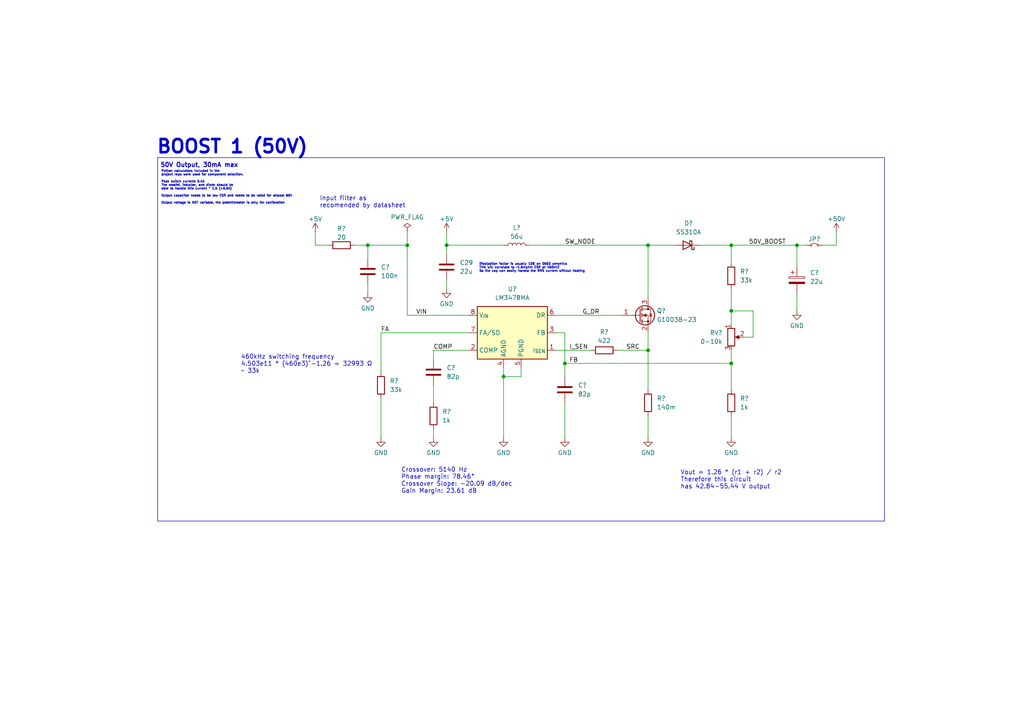
<source format=kicad_sch>
(kicad_sch (version 20250114) (generator "eeschema") (generator_version "9.0")
  (paper "A4")
  (title_block (title "50V Boost Converter") (date "2026-02-04"))
  (lib_symbols
    (symbol "Device:C" (pin_numbers (hide yes)) (pin_names (offset 0.254))
      (property "Reference" "C" (at 0.635 2.54 0))
      (property "Value" "C" (at 0.635 -2.54 0))
      (symbol "C_0_1"
        (polyline (pts (xy -2.032 0.762) (xy 2.032 0.762)) (stroke (width 0.508)))
        (polyline (pts (xy -2.032 -0.762) (xy 2.032 -0.762)) (stroke (width 0.508)))
      )
      (symbol "C_1_1"
        (pin passive line (at 0 3.81 270) (length 2.794) (name "~") (number "1"))
        (pin passive line (at 0 -3.81 90) (length 2.794) (name "~") (number "2"))
      )
    )
    (symbol "Device:C_Polarized" (pin_numbers (hide yes)) (pin_names (offset 0.254))
      (property "Reference" "C" (at 0.635 2.54 0))
      (property "Value" "C_Polarized" (at 0.635 -2.54 0))
      (symbol "C_Polarized_0_1"
        (rectangle (start -2.286 0.508) (end 2.286 1.016))
        (polyline (pts (xy -1.778 2.286) (xy -0.762 2.286)))
        (polyline (pts (xy -1.27 2.794) (xy -1.27 1.778)))
        (rectangle (start 2.286 -0.508) (end -2.286 -1.016) (fill (type outline)))
      )
      (symbol "C_Polarized_1_1"
        (pin passive line (at 0 3.81 270) (length 2.794) (name "~") (number "1"))
        (pin passive line (at 0 -3.81 90) (length 2.794) (name "~") (number "2"))
      )
    )
    (symbol "Device:D_Schottky" (pin_numbers (hide yes)) (pin_names (offset 1.016) (hide yes))
      (property "Reference" "D" (at 0 2.54 0))
      (property "Value" "D_Schottky" (at 0 -2.54 0))
      (symbol "D_Schottky_0_1"
        (polyline (pts (xy -1.905 0.635) (xy -1.905 1.27) (xy -1.27 1.27) (xy -1.27 -1.27) (xy -0.635 -1.27) (xy -0.635 -0.635)) (stroke (width 0.254)))
        (polyline (pts (xy 1.27 1.27) (xy 1.27 -1.27) (xy -1.27 0) (xy 1.27 1.27)) (stroke (width 0.254)))
        (polyline (pts (xy 1.27 0) (xy -1.27 0)))
      )
      (symbol "D_Schottky_1_1"
        (pin passive line (at -3.81 0 0) (length 2.54) (name "K") (number "1"))
        (pin passive line (at 3.81 0 180) (length 2.54) (name "A") (number "2"))
      )
    )
    (symbol "Device:L" (pin_numbers (hide yes)) (pin_names (offset 1.016) (hide yes))
      (property "Reference" "L" (at -1.27 0 90))
      (property "Value" "L" (at 1.905 0 90))
      (symbol "L_0_1"
        (arc (start 0 2.54) (mid 0.6323 1.905) (end 0 1.27))
        (arc (start 0 1.27) (mid 0.6323 0.635) (end 0 0))
        (arc (start 0 0) (mid 0.6323 -0.635) (end 0 -1.27))
        (arc (start 0 -1.27) (mid 0.6323 -1.905) (end 0 -2.54))
      )
      (symbol "L_1_1"
        (pin passive line (at 0 3.81 270) (length 1.27) (name "1") (number "1"))
        (pin passive line (at 0 -3.81 90) (length 1.27) (name "2") (number "2"))
      )
    )
    (symbol "Device:R" (pin_numbers (hide yes)) (pin_names (offset 0))
      (property "Reference" "R" (at 2.032 0 90))
      (property "Value" "R" (at 0 0 90))
      (symbol "R_0_1"
        (rectangle (start -1.016 -2.54) (end 1.016 2.54) (stroke (width 0.254)))
      )
      (symbol "R_1_1"
        (pin passive line (at 0 3.81 270) (length 1.27) (name "~") (number "1"))
        (pin passive line (at 0 -3.81 90) (length 1.27) (name "~") (number "2"))
      )
    )
    (symbol "Device:R_Potentiometer" (pin_names (offset 1.016) (hide yes))
      (property "Reference" "RV" (at -4.445 0 90))
      (property "Value" "R_Potentiometer" (at -2.54 0 90))
      (symbol "R_Potentiometer_0_1"
        (rectangle (start 1.016 2.54) (end -1.016 -2.54) (stroke (width 0.254)))
        (polyline (pts (xy 1.143 0) (xy 2.286 0.508) (xy 2.286 -0.508) (xy 1.143 0)) (fill (type outline)))
        (polyline (pts (xy 2.54 0) (xy 1.524 0)))
      )
      (symbol "R_Potentiometer_1_1"
        (pin passive line (at 0 3.81 270) (length 1.27) (name "1") (number "1"))
        (pin passive line (at 0 -3.81 90) (length 1.27) (name "3") (number "3"))
        (pin passive line (at 3.81 0 180) (length 1.27) (name "2") (number "2"))
      )
    )
    (symbol "Jumper:Jumper_2_Small_Bridged" (pin_numbers (hide yes)) (pin_names (offset 0) (hide yes))
      (property "Reference" "JP" (at 0 2.032 0))
      (property "Value" "Jumper_2_Small_Bridged" (at 0 -2.286 0))
      (symbol "Jumper_2_Small_Bridged_0_0"
        (circle (center -1.016 0) (radius 0.254))
        (circle (center 1.016 0) (radius 0.254))
      )
      (symbol "Jumper_2_Small_Bridged_0_1"
        (arc (start -0.762 0.254) (mid 0 0.5696) (end 0.762 0.254))
      )
      (symbol "Jumper_2_Small_Bridged_1_1"
        (pin passive line (at -2.54 0 0) (length 1.27) (name "A") (number "1"))
        (pin passive line (at 2.54 0 180) (length 1.27) (name "B") (number "2"))
      )
    )
    (symbol "Regulator_Controller:LM3478MA"
      (property "Reference" "U" (at -9.525 8.89 0))
      (property "Value" "LM3478MA" (at 5.08 8.89 0))
      (symbol "LM3478MA_0_1"
        (rectangle (start -10.16 7.62) (end 10.16 -7.62) (stroke (width 0.254)) (fill (type background)))
      )
      (symbol "LM3478MA_1_1"
        (pin power_in line (at -12.7 5.08 0) (length 2.54) (name "V_{IN}") (number "8"))
        (pin input line (at -12.7 0 0) (length 2.54) (name "FA/SD") (number "7"))
        (pin input line (at -12.7 -5.08 0) (length 2.54) (name "COMP") (number "2"))
        (pin power_in line (at -2.54 -10.16 90) (length 2.54) (name "AGND") (number "4"))
        (pin power_in line (at 2.54 -10.16 90) (length 2.54) (name "PGND") (number "5"))
        (pin output line (at 12.7 5.08 180) (length 2.54) (name "DR") (number "6"))
        (pin input line (at 12.7 0 180) (length 2.54) (name "FB") (number "3"))
        (pin input line (at 12.7 -5.08 180) (length 2.54) (name "I_{SEN}") (number "1"))
      )
    )
    (symbol "Transistor_FET:2N7002E" (pin_names (offset 0) (hide yes))
      (property "Reference" "Q" (at 5.08 1.905 0))
      (property "Value" "2N7002E" (at 5.08 0 0))
      (symbol "2N7002E_0_1"
        (polyline (pts (xy 0.254 1.905) (xy 0.254 -1.905)) (stroke (width 0.254)))
        (polyline (pts (xy 0.254 0) (xy -2.54 0)))
        (polyline (pts (xy 0.762 2.286) (xy 0.762 1.27)) (stroke (width 0.254)))
        (polyline (pts (xy 0.762 0.508) (xy 0.762 -0.508)) (stroke (width 0.254)))
        (polyline (pts (xy 0.762 -1.27) (xy 0.762 -2.286)) (stroke (width 0.254)))
        (polyline (pts (xy 0.762 -1.778) (xy 3.302 -1.778) (xy 3.302 1.778) (xy 0.762 1.778)))
        (polyline (pts (xy 1.016 0) (xy 2.032 0.381) (xy 2.032 -0.381) (xy 1.016 0)) (fill (type outline)))
        (circle (center 1.651 0) (radius 2.794) (stroke (width 0.254)))
        (polyline (pts (xy 2.54 2.54) (xy 2.54 1.778)))
        (circle (center 2.54 1.778) (radius 0.254) (fill (type outline)))
        (circle (center 2.54 -1.778) (radius 0.254) (fill (type outline)))
        (polyline (pts (xy 2.54 -2.54) (xy 2.54 0) (xy 0.762 0)))
        (polyline (pts (xy 2.921 0.381) (xy 3.683 0.381)))
        (polyline (pts (xy 3.302 0.381) (xy 2.921 -0.254) (xy 3.683 -0.254) (xy 3.302 0.381)))
      )
      (symbol "2N7002E_1_1"
        (pin input line (at -5.08 0 0) (length 2.54) (name "G") (number "1"))
        (pin passive line (at 2.54 5.08 270) (length 2.54) (name "D") (number "3"))
        (pin passive line (at 2.54 -5.08 90) (length 2.54) (name "S") (number "2"))
      )
    )
    (symbol "power:+5V" (power) (pin_numbers (hide yes)) (pin_names (offset 0) (hide yes))
      (property "Value" "+5V" (at 0 3.556 0))
      (symbol "+5V_0_1"
        (polyline (pts (xy -0.762 1.27) (xy 0 2.54)))
        (polyline (pts (xy 0 2.54) (xy 0.762 1.27)))
        (polyline (pts (xy 0 0) (xy 0 2.54)))
      )
      (symbol "+5V_1_1"
        (pin power_in line (at 0 0 90) (length 0) (name "~") (number "1"))
      )
    )
    (symbol "power:GND" (power) (pin_numbers (hide yes)) (pin_names (offset 0) (hide yes))
      (property "Value" "GND" (at 0 -3.81 0))
      (symbol "GND_0_1"
        (polyline (pts (xy 0 0) (xy 0 -1.27) (xy 1.27 -1.27) (xy 0 -2.54) (xy -1.27 -1.27) (xy 0 -1.27)))
      )
      (symbol "GND_1_1"
        (pin power_in line (at 0 0 270) (length 0) (name "~") (number "1"))
      )
    )
    (symbol "power:PWR_FLAG" (power) (pin_numbers (hide yes)) (pin_names (offset 0) (hide yes))
      (property "Value" "PWR_FLAG" (at 0 3.81 0))
      (symbol "PWR_FLAG_0_0"
        (pin power_out line (at 0 0 90) (length 0) (name "~") (number "1"))
      )
      (symbol "PWR_FLAG_0_1"
        (polyline (pts (xy 0 0) (xy 0 1.27) (xy -1.016 1.905) (xy 0 2.54) (xy 1.016 1.905) (xy 0 1.27)))
      )
    )
    (symbol "power:VDC" (power) (pin_numbers (hide yes)) (pin_names (offset 0) (hide yes))
      (property "Value" "VDC" (at 0 3.556 0))
      (symbol "VDC_0_1"
        (polyline (pts (xy -0.762 1.27) (xy 0 2.54)))
        (polyline (pts (xy 0 2.54) (xy 0.762 1.27)))
        (polyline (pts (xy 0 0) (xy 0 2.54)))
      )
      (symbol "VDC_1_1"
        (pin power_in line (at 0 0 90) (length 0) (name "~") (number "1"))
      )
    )
  )
  (rectangle (start 45.72 45.72) (end 256.54 151.13))
  (text "BOOST 1 (50V)" (at 45.212 42.672 0) (effects (font (size 3.81 3.81) (thickness 0.762) (bold yes)) (justify left)))
  (text "50V Output, 30mA max" (at 46.482 48.006 0) (effects (font (size 1.27 1.27) (thickness 0.254) (bold yes)) (justify left)))
  (text "Crossover: 5140 Hz\nPhase margin: 78.46°\nCrossover Slope: -20.09 dB/dec\nGain Margin: 23.61 dB" (at 116.332 139.446 0) (effects (font (size 1.27 1.27)) (justify left)))
  (text "Input filter as\nrecomended by datasheet" (at 92.71 58.674 0) (effects (font (size 1.27 1.27)) (justify left)))
  (text "Vout = 1.26 * (r1 + r2) / r2\nTherefore this circuit\nhas 42.84-55.44 V output" (at 197.358 139.192 0) (effects (font (size 1.27 1.27)) (justify left)))
  (text "460kHz switching frequency\n4.503e11 * (460e3)^-1.26 = 32993 Ω\n~ 33k" (at 69.85 105.664 0) (effects (font (size 1.27 1.27)) (justify left)))
  (text "Python calculators included in the\nproject repo were used for component selection.\n\nPeak switch current: 0.4A\nThe mosfet, inductor, and diode should be\nable to handle this current * 1.5 (>0.6A)\n\nOutput capacitor needs to be low ESR and needs to be rated for atleast 60V\n\nOutput voltage is NOT variable, the potentiometer is only for callibration" (at 46.736 54.356 0) (effects (font (size 0.635 0.635) (thickness 0.254) (bold yes)) (justify left)))
  (text "Dissipation factor is usually 10% on 0603 ceramics\nThis will correlate to ~1.6mohm ESR at 460kHZ\nSo the cap can easily handle the RMS current without heating" (at 138.938 77.724 0) (effects (font (size 0.635 0.635)) (justify left)))
  (junction (at 163.83 105.41))
  (junction (at 129.54 71.12))
  (junction (at 231.14 71.12))
  (junction (at 212.09 105.41))
  (junction (at 118.11 71.12))
  (junction (at 187.96 71.12))
  (junction (at 212.09 90.17))
  (junction (at 106.68 71.12))
  (junction (at 146.05 109.22))
  (junction (at 187.96 101.6))
  (junction (at 212.09 71.12))
  (wire (pts (xy 118.11 67.31) (xy 118.11 71.12)))
  (wire (pts (xy 125.73 124.46) (xy 125.73 127)))
  (wire (pts (xy 95.25 71.12) (xy 91.44 71.12)))
  (wire (pts (xy 187.96 101.6) (xy 187.96 113.03)))
  (wire (pts (xy 212.09 120.65) (xy 212.09 127)))
  (wire (pts (xy 110.49 96.52) (xy 110.49 107.95)))
  (wire (pts (xy 212.09 101.6) (xy 212.09 105.41)))
  (wire (pts (xy 106.68 71.12) (xy 118.11 71.12)))
  (wire (pts (xy 218.44 97.79) (xy 218.44 90.17)))
  (wire (pts (xy 231.14 71.12) (xy 231.14 77.47)))
  (wire (pts (xy 187.96 96.52) (xy 187.96 101.6)))
  (wire (pts (xy 129.54 71.12) (xy 146.05 71.12)))
  (wire (pts (xy 146.05 109.22) (xy 146.05 127)))
  (wire (pts (xy 146.05 109.22) (xy 151.13 109.22)))
  (wire (pts (xy 163.83 96.52) (xy 163.83 105.41)))
  (wire (pts (xy 125.73 101.6) (xy 135.89 101.6)))
  (wire (pts (xy 212.09 83.82) (xy 212.09 90.17)))
  (wire (pts (xy 242.57 67.31) (xy 242.57 71.12)))
  (wire (pts (xy 91.44 67.31) (xy 91.44 71.12)))
  (wire (pts (xy 163.83 105.41) (xy 163.83 109.22)))
  (wire (pts (xy 215.9 97.79) (xy 218.44 97.79)))
  (wire (pts (xy 187.96 71.12) (xy 187.96 86.36)))
  (wire (pts (xy 163.83 116.84) (xy 163.83 127)))
  (wire (pts (xy 106.68 71.12) (xy 106.68 74.93)))
  (wire (pts (xy 129.54 81.28) (xy 129.54 83.82)))
  (wire (pts (xy 135.89 96.52) (xy 110.49 96.52)))
  (wire (pts (xy 212.09 105.41) (xy 212.09 113.03)))
  (wire (pts (xy 146.05 106.68) (xy 146.05 109.22)))
  (wire (pts (xy 151.13 109.22) (xy 151.13 106.68)))
  (wire (pts (xy 153.67 71.12) (xy 187.96 71.12)))
  (wire (pts (xy 106.68 82.55) (xy 106.68 85.09)))
  (wire (pts (xy 212.09 71.12) (xy 212.09 76.2)))
  (wire (pts (xy 129.54 67.31) (xy 129.54 71.12)))
  (wire (pts (xy 125.73 101.6) (xy 125.73 104.14)))
  (wire (pts (xy 212.09 71.12) (xy 231.14 71.12)))
  (wire (pts (xy 187.96 71.12) (xy 195.58 71.12)))
  (wire (pts (xy 118.11 71.12) (xy 118.11 91.44)))
  (wire (pts (xy 163.83 96.52) (xy 161.29 96.52)))
  (wire (pts (xy 187.96 120.65) (xy 187.96 127)))
  (wire (pts (xy 161.29 91.44) (xy 180.34 91.44)))
  (wire (pts (xy 102.87 71.12) (xy 106.68 71.12)))
  (wire (pts (xy 218.44 90.17) (xy 212.09 90.17)))
  (wire (pts (xy 118.11 91.44) (xy 135.89 91.44)))
  (wire (pts (xy 238.76 71.12) (xy 242.57 71.12)))
  (wire (pts (xy 212.09 90.17) (xy 212.09 93.98)))
  (wire (pts (xy 231.14 85.09) (xy 231.14 90.17)))
  (wire (pts (xy 179.07 101.6) (xy 187.96 101.6)))
  (wire (pts (xy 129.54 73.66) (xy 129.54 71.12)))
  (wire (pts (xy 125.73 111.76) (xy 125.73 116.84)))
  (wire (pts (xy 203.2 71.12) (xy 212.09 71.12)))
  (wire (pts (xy 110.49 115.57) (xy 110.49 127)))
  (wire (pts (xy 233.68 71.12) (xy 231.14 71.12)))
  (wire (pts (xy 161.29 101.6) (xy 171.45 101.6)))
  (wire (pts (xy 163.83 105.41) (xy 212.09 105.41)))
  (label "VIN" (at 120.65 91.44 0) (effects (font (thickness 0.1588))))
  (label "G_DR" (at 168.91 91.44 0))
  (label "SW_NODE" (at 163.83 71.12 0))
  (label "FB" (at 165.1 105.41 0))
  (label "50V_BOOST" (at 217.17 71.12 0))
  (label "FA" (at 110.49 96.52 0))
  (label "SRC" (at 181.61 101.6 0))
  (label "COMP" (at 125.73 101.6 0))
  (label "I_SEN" (at 165.1 101.6 0))
  (symbol (lib_id "power:GND") (at 146.05 127 0) (mirror y) (unit 1)
    (property "Reference" "#PWR?" (effects (hide yes)))
    (property "Value" "GND" (at 146.05 131.318 0))
    (property "Description" "Power symbol creates a global label with name \"GND\" , ground" (effects (hide yes)))
  )
  (symbol (lib_id "Device:R") (at 125.73 120.65 0) (unit 1)
    (property "Reference" "R?" (at 128.27 119.3799 0) (effects (justify left)))
    (property "Value" "1k" (at 128.27 121.9199 0) (effects (justify left)))
    (property "Footprint" "Resistor_SMD:R_0603_1608Metric" (effects (hide yes)))
    (property "Datasheet" "https://www.lcsc.com/datasheet/C2907002.pdf" (effects (hide yes)))
    (property "Description" "Resistor" (effects (hide yes)))
    (property "LCSC PART #" "C2907002" (effects (hide yes)))
  )
  (symbol (lib_id "power:GND") (at 187.96 127 0) (mirror y) (unit 1)
    (property "Reference" "#PWR?" (effects (hide yes)))
    (property "Value" "GND" (at 187.96 131.318 0))
    (property "Description" "Power symbol creates a global label with name \"GND\" , ground" (effects (hide yes)))
  )
  (symbol (lib_id "power:GND") (at 212.09 127 0) (mirror y) (unit 1)
    (property "Reference" "#PWR?" (effects (hide yes)))
    (property "Value" "GND" (at 212.09 131.318 0))
    (property "Description" "Power symbol creates a global label with name \"GND\" , ground" (effects (hide yes)))
  )
  (symbol (lib_id "Device:R_Potentiometer") (at 212.09 97.79 0) (unit 1)
    (property "Reference" "RV?" (at 209.55 96.5199 0) (effects (justify right)))
    (property "Value" "0-10k" (at 209.55 99.0599 0) (effects (justify right)))
    (property "Footprint" "CustomFootprints:Potentiometer_Bourns_TC33X_Vertical" (effects (hide yes)))
    (property "Datasheet" "https://www.lcsc.com/datasheet/C719176.pdf" (effects (hide yes)))
    (property "Description" "Potentiometer" (effects (hide yes)))
    (property "LCSC PART #" "C719176" (effects (hide yes)))
  )
  (symbol (lib_id "power:GND") (at 110.49 127 0) (mirror y) (unit 1)
    (property "Reference" "#PWR?" (effects (hide yes)))
    (property "Value" "GND" (at 110.49 131.318 0))
    (property "Description" "Power symbol creates a global label with name \"GND\" , ground" (effects (hide yes)))
  )
  (symbol (lib_id "Jumper:Jumper_2_Small_Bridged") (at 236.22 71.12 0) (unit 1)
    (property "Reference" "JP?" (at 236.22 69.342 0))
    (property "Value" "Jumper_2_Small_Bridged" (effects (hide yes)))
    (property "Footprint" "Connector_PinHeader_2.54mm:PinHeader_1x02_P2.54mm_Vertical" (effects (hide yes)))
    (property "Description" "Jumper, 2-pole, small symbol, bridged" (effects (hide yes)))
  )
  (symbol (lib_id "power:GND") (at 106.68 85.09 0) (mirror y) (unit 1)
    (property "Reference" "#PWR?" (effects (hide yes)))
    (property "Value" "GND" (at 106.68 89.408 0))
    (property "Description" "Power symbol creates a global label with name \"GND\" , ground" (effects (hide yes)))
  )
  (symbol (lib_id "Device:R") (at 110.49 111.76 0) (unit 1)
    (property "Reference" "R?" (at 113.03 110.4899 0) (effects (justify left)))
    (property "Value" "33k" (at 113.03 113.0299 0) (effects (justify left)))
    (property "Footprint" "Resistor_SMD:R_0603_1608Metric" (effects (hide yes)))
    (property "Datasheet" "https://www.lcsc.com/datasheet/C2907028.pdf" (effects (hide yes)))
    (property "Description" "Resistor" (effects (hide yes)))
    (property "LCSC PART #" "C2907028" (effects (hide yes)))
  )
  (symbol (lib_id "Device:C") (at 125.73 107.95 0) (unit 1)
    (property "Reference" "C?" (at 129.54 106.6799 0) (effects (justify left)))
    (property "Value" "82p" (at 129.54 109.2199 0) (effects (justify left)))
    (property "Footprint" "Capacitor_SMD:C_0603_1608Metric" (effects (hide yes)))
    (property "Datasheet" "https://www.lcsc.com/datasheet/C1864236.pdf" (effects (hide yes)))
    (property "Description" "Unpolarized capacitor" (effects (hide yes)))
    (property "LCSC PART #" "C1864236" (effects (hide yes)))
  )
  (symbol (lib_id "power:VDC") (at 242.57 67.31 0) (unit 1)
    (property "Reference" "#PWR?" (effects (hide yes)))
    (property "Value" "+50V" (at 242.57 63.5 0))
    (property "Description" "Power symbol creates a global label with name \"VDC\"" (effects (hide yes)))
  )
  (symbol (lib_id "power:GND") (at 129.54 83.82 0) (mirror y) (unit 1)
    (property "Reference" "#PWR?" (effects (hide yes)))
    (property "Value" "GND" (at 129.54 88.138 0))
    (property "Description" "Power symbol creates a global label with name \"GND\" , ground" (effects (hide yes)))
  )
  (symbol (lib_id "Device:C") (at 163.83 113.03 0) (unit 1)
    (property "Reference" "C?" (at 167.64 111.7599 0) (effects (justify left)))
    (property "Value" "82p" (at 167.64 114.2999 0) (effects (justify left)))
    (property "Footprint" "Capacitor_SMD:C_0603_1608Metric" (effects (hide yes)))
    (property "Datasheet" "https://www.lcsc.com/datasheet/C1864236.pdf" (effects (hide yes)))
    (property "Description" "Unpolarized capacitor" (effects (hide yes)))
    (property "LCSC PART #" "C1864236" (effects (hide yes)))
  )
  (symbol (lib_id "Device:R") (at 212.09 80.01 0) (unit 1)
    (property "Reference" "R?" (at 214.63 78.7399 0) (effects (justify left)))
    (property "Value" "33k" (at 214.63 81.2799 0) (effects (justify left)))
    (property "Footprint" "Resistor_SMD:R_0603_1608Metric" (effects (hide yes)))
    (property "Datasheet" "https://www.lcsc.com/datasheet/C2907028.pdf" (effects (hide yes)))
    (property "Description" "Resistor" (effects (hide yes)))
    (property "LCSC PART #" "C2907028" (effects (hide yes)))
  )
  (symbol (lib_id "Device:D_Schottky") (at 199.39 71.12 180) (unit 1)
    (property "Reference" "D?" (at 199.7075 64.77 0))
    (property "Value" "SS310A" (at 199.7075 67.31 0))
    (property "Footprint" "Diode_SMD:D_SMA" (effects (hide yes)))
    (property "Datasheet" "https://www.lcsc.com/datasheet/C48996628.pdf" (effects (hide yes)))
    (property "Description" "Schottky diode" (effects (hide yes)))
    (property "LCSC PART #" "C48996628" (effects (hide yes)))
  )
  (symbol (lib_id "power:GND") (at 125.73 127 0) (mirror y) (unit 1)
    (property "Reference" "#PWR?" (effects (hide yes)))
    (property "Value" "GND" (at 125.73 131.318 0))
    (property "Description" "Power symbol creates a global label with name \"GND\" , ground" (effects (hide yes)))
  )
  (symbol (lib_id "Device:R") (at 175.26 101.6 90) (unit 1)
    (property "Reference" "R?" (at 175.26 96.266 90))
    (property "Value" "422" (at 175.26 98.806 90))
    (property "Footprint" "Resistor_SMD:R_0603_1608Metric" (effects (hide yes)))
    (property "Datasheet" "https://www.lcsc.com/datasheet/C5204003.pdf" (effects (hide yes)))
    (property "Description" "Resistor" (effects (hide yes)))
    (property "LCSC PART #" "C5204003" (effects (hide yes)))
  )
  (symbol (lib_id "power:+5V") (at 91.44 67.31 0) (unit 1)
    (property "Reference" "#PWR?" (effects (hide yes)))
    (property "Value" "+5V" (at 91.44 63.5 0))
    (property "Description" "Power symbol creates a global label with name \"+5V\"" (effects (hide yes)))
  )
  (symbol (lib_id "power:+5V") (at 129.54 67.31 0) (unit 1)
    (property "Reference" "#PWR?" (effects (hide yes)))
    (property "Value" "+5V" (at 129.54 63.5 0))
    (property "Description" "Power symbol creates a global label with name \"+5V\"" (effects (hide yes)))
  )
  (symbol (lib_id "Device:C_Polarized") (at 231.14 81.28 0) (unit 1)
    (property "Reference" "C?" (at 234.95 79.1209 0) (effects (justify left)))
    (property "Value" "22u" (at 234.95 81.6609 0) (effects (justify left)))
    (property "Footprint" "Capacitor_THT:CP_Radial_D6.3mm_P2.50mm" (effects (hide yes)))
    (property "Datasheet" "https://www.lcsc.com/datasheet/C44606504.pdf" (effects (hide yes)))
    (property "Description" "Polarized capacitor" (effects (hide yes)))
    (property "LCSC PART #" "C44606504" (effects (hide yes)))
  )
  (symbol (lib_id "power:GND") (at 231.14 90.17 0) (mirror y) (unit 1)
    (property "Reference" "#PWR?" (effects (hide yes)))
    (property "Value" "GND" (at 231.14 94.488 0))
    (property "Description" "Power symbol creates a global label with name \"GND\" , ground" (effects (hide yes)))
  )
  (symbol (lib_id "power:GND") (at 163.83 127 0) (mirror y) (unit 1)
    (property "Reference" "#PWR?" (effects (hide yes)))
    (property "Value" "GND" (at 163.83 131.318 0))
    (property "Description" "Power symbol creates a global label with name \"GND\" , ground" (effects (hide yes)))
  )
  (symbol (lib_id "power:PWR_FLAG") (at 118.11 67.31 0) (unit 1)
    (property "Reference" "#FLG?" (effects (hide yes)))
    (property "Value" "PWR_FLAG" (at 118.11 62.992 0))
    (property "Description" "Special symbol for telling ERC where power comes from" (effects (hide yes)))
  )
  (symbol (lib_id "Device:C") (at 129.54 77.47 0) (unit 1)
    (property "Reference" "C29" (at 133.35 76.1999 0) (effects (justify left)))
    (property "Value" "22u" (at 133.35 78.7399 0) (effects (justify left)))
    (property "Footprint" "Capacitor_SMD:C_0603_1608Metric" (effects (hide yes)))
    (property "Datasheet" "https://www.lcsc.com/datasheet/C7432770.pdf" (effects (hide yes)))
    (property "Description" "Unpolarized capacitor" (effects (hide yes)))
    (property "LCSC PART #" "C7432770" (effects (hide yes)))
  )
  (symbol (lib_id "Device:R") (at 212.09 116.84 0) (unit 1)
    (property "Reference" "R?" (at 214.63 115.5699 0) (effects (justify left)))
    (property "Value" "1k" (at 214.63 118.1099 0) (effects (justify left)))
    (property "Footprint" "Resistor_SMD:R_0603_1608Metric" (effects (hide yes)))
    (property "Datasheet" "https://www.lcsc.com/datasheet/C2907002.pdf" (effects (hide yes)))
    (property "Description" "Resistor" (effects (hide yes)))
    (property "LCSC PART #" "C2907002" (effects (hide yes)))
  )
  (symbol (lib_id "Device:R") (at 99.06 71.12 90) (unit 1)
    (property "Reference" "R?" (at 99.06 66.294 90))
    (property "Value" "20" (at 99.06 68.834 90))
    (property "Footprint" "Resistor_SMD:R_0603_1608Metric" (effects (hide yes)))
    (property "Datasheet" "https://www.lcsc.com/datasheet/C2907012.pdf" (effects (hide yes)))
    (property "Description" "Resistor" (effects (hide yes)))
    (property "LCSC PART #" "C2907012" (effects (hide yes)))
  )
  (symbol (lib_id "Regulator_Controller:LM3478MA") (at 148.59 96.52 0) (unit 1)
    (property "Reference" "U?" (at 148.59 83.82 0))
    (property "Value" "LM3478MA" (at 148.59 86.36 0))
    (property "Footprint" "Package_SO:SOIC-8_3.9x4.9mm_P1.27mm" (effects (hide yes)))
    (property "Datasheet" "https://www.ti.com/lit/gpn/lm3478" (effects (hide yes)))
    (property "Description" "2.97~40V Wide Input Range Boost/SEPIC/Flyback DC-DC Controller, SOIC-8" (effects (hide yes)))
    (property "LCSC PART #" "C115907" (effects (hide yes)))
  )
  (symbol (lib_id "Device:L") (at 149.86 71.12 90) (unit 1)
    (property "Reference" "L?" (at 149.86 66.04 90))
    (property "Value" "56u" (at 149.86 68.58 90))
    (property "Footprint" "CustomFootprints:Chilisin SCDS105R" (effects (hide yes)))
    (property "Datasheet" "https://www.lcsc.com/datasheet/C329728.pdf" (effects (hide yes)))
    (property "Description" "Inductor" (effects (hide yes)))
    (property "LCSC PART #" "C329728" (effects (hide yes)))
  )
  (symbol (lib_id "Transistor_FET:2N7002E") (at 185.42 91.44 0) (unit 1)
    (property "Reference" "Q?" (at 190.5 90.17 0) (effects (justify left)))
    (property "Value" "G1003B-23" (at 190.5 92.71 0) (effects (justify left)))
    (property "Footprint" "Package_TO_SOT_SMD:SOT-23-3" (effects (hide yes)))
    (property "Datasheet" "https://www.lcsc.com/datasheet/C41367401.pdf" (effects (hide yes)))
    (property "LCSC PART #" "C22362809" (effects (hide yes)))
  )
  (symbol (lib_id "Device:C") (at 106.68 78.74 0) (unit 1)
    (property "Reference" "C?" (at 110.49 77.4699 0) (effects (justify left)))
    (property "Value" "100n" (at 110.49 80.0099 0) (effects (justify left)))
    (property "Footprint" "Capacitor_SMD:C_0603_1608Metric" (effects (hide yes)))
    (property "Datasheet" "https://www.lcsc.com/datasheet/C15725.pdf" (effects (hide yes)))
    (property "Description" "Unpolarized capacitor" (effects (hide yes)))
    (property "LCSC PART #" "C15725" (effects (hide yes)))
  )
  (symbol (lib_id "Device:R") (at 187.96 116.84 0) (unit 1)
    (property "Reference" "R?" (at 190.5 115.5699 0) (effects (justify left)))
    (property "Value" "140m" (at 190.5 118.1099 0) (effects (justify left)))
    (property "Footprint" "Resistor_SMD:R_1206_3216Metric" (effects (hide yes)))
    (property "Datasheet" "https://www.lcsc.com/datasheet/C37935.pdf" (effects (hide yes)))
    (property "Description" "Resistor" (effects (hide yes)))
    (property "LCSC PART #" "C37935" (effects (hide yes)))
  )
)
</source>
